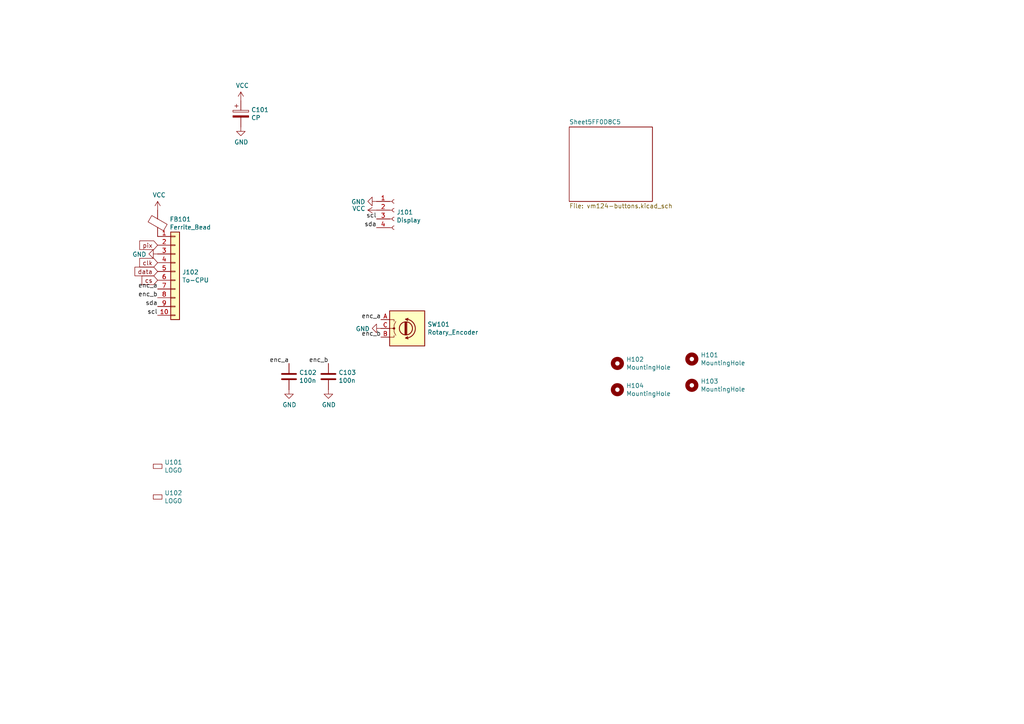
<source format=kicad_sch>
(kicad_sch (version 20211123) (generator eeschema)
  (paper "A4")
  (lib_symbols
    (symbol "Anyma_Library:LOGO" (pin_names (offset 1.016))
      (property "Reference" "U" (at 0 3.81 0))
      (property "Value" "LOGO" (at 0 0 0))
      (symbol "LOGO_0_1"
        (rectangle (start -1.27 2.54) (end 1.27 1.27))
      )
    )
    (symbol "Connector:Conn_01x04_Female" (pin_names (offset 1.016) hide)
      (property "Reference" "J" (at 0 5.08 0))
      (property "Value" "Conn_01x04_Female" (at 0 -7.62 0))
      (symbol "Conn_01x04_Female_1_1"
        (arc (start 0 -4.572) (mid -0.508 -5.08) (end 0 -5.588) (stroke (width 0.1524)))
        (arc (start 0 -2.032) (mid -0.508 -2.54) (end 0 -3.048) (stroke (width 0.1524)))
        (polyline (pts (xy -1.27 -5.08) (xy -0.508 -5.08)) (stroke (width 0.1524)))
        (polyline (pts (xy -1.27 -2.54) (xy -0.508 -2.54)) (stroke (width 0.1524)))
        (polyline (pts (xy -1.27 0) (xy -0.508 0)) (stroke (width 0.1524)))
        (polyline (pts (xy -1.27 2.54) (xy -0.508 2.54)) (stroke (width 0.1524)))
        (arc (start 0 0.508) (mid -0.508 0) (end 0 -0.508) (stroke (width 0.1524)))
        (arc (start 0 3.048) (mid -0.508 2.54) (end 0 2.032) (stroke (width 0.1524)))
        (pin passive line (at -5.08 2.54 0) (length 3.81) (name "Pin_1") (number "1"))
        (pin passive line (at -5.08 0 0) (length 3.81) (name "Pin_2") (number "2"))
        (pin passive line (at -5.08 -2.54 0) (length 3.81) (name "Pin_3") (number "3"))
        (pin passive line (at -5.08 -5.08 0) (length 3.81) (name "Pin_4") (number "4"))
      )
    )
    (symbol "Connector_Generic:Conn_01x10" (pin_names (offset 1.016) hide)
      (property "Reference" "J" (at 0 12.7 0))
      (property "Value" "Conn_01x10" (at 0 -15.24 0))
      (symbol "Conn_01x10_1_1"
        (rectangle (start -1.27 -12.573) (end 0 -12.827) (stroke (width 0.1524)))
        (rectangle (start -1.27 -10.033) (end 0 -10.287) (stroke (width 0.1524)))
        (rectangle (start -1.27 -7.493) (end 0 -7.747) (stroke (width 0.1524)))
        (rectangle (start -1.27 -4.953) (end 0 -5.207) (stroke (width 0.1524)))
        (rectangle (start -1.27 -2.413) (end 0 -2.667) (stroke (width 0.1524)))
        (rectangle (start -1.27 0.127) (end 0 -0.127) (stroke (width 0.1524)))
        (rectangle (start -1.27 2.667) (end 0 2.413) (stroke (width 0.1524)))
        (rectangle (start -1.27 5.207) (end 0 4.953) (stroke (width 0.1524)))
        (rectangle (start -1.27 7.747) (end 0 7.493) (stroke (width 0.1524)))
        (rectangle (start -1.27 10.287) (end 0 10.033) (stroke (width 0.1524)))
        (rectangle (start -1.27 11.43) (end 1.27 -13.97) (stroke (width 0.254)) (fill (type background)))
        (pin passive line (at -5.08 10.16 0) (length 3.81) (name "Pin_1") (number "1"))
        (pin passive line (at -5.08 -12.7 0) (length 3.81) (name "Pin_10") (number "10"))
        (pin passive line (at -5.08 7.62 0) (length 3.81) (name "Pin_2") (number "2"))
        (pin passive line (at -5.08 5.08 0) (length 3.81) (name "Pin_3") (number "3"))
        (pin passive line (at -5.08 2.54 0) (length 3.81) (name "Pin_4") (number "4"))
        (pin passive line (at -5.08 0 0) (length 3.81) (name "Pin_5") (number "5"))
        (pin passive line (at -5.08 -2.54 0) (length 3.81) (name "Pin_6") (number "6"))
        (pin passive line (at -5.08 -5.08 0) (length 3.81) (name "Pin_7") (number "7"))
        (pin passive line (at -5.08 -7.62 0) (length 3.81) (name "Pin_8") (number "8"))
        (pin passive line (at -5.08 -10.16 0) (length 3.81) (name "Pin_9") (number "9"))
      )
    )
    (symbol "Device:C" (pin_numbers hide) (pin_names (offset 0.254))
      (property "Reference" "C" (at 0.635 2.54 0))
      (property "Value" "C" (at 0.635 -2.54 0))
      (symbol "C_0_1"
        (polyline (pts (xy -2.032 -0.762) (xy 2.032 -0.762)) (stroke (width 0.508)))
        (polyline (pts (xy -2.032 0.762) (xy 2.032 0.762)) (stroke (width 0.508)))
      )
      (symbol "C_1_1"
        (pin passive line (at 0 3.81 270) (length 2.794) (name "~") (number "1"))
        (pin passive line (at 0 -3.81 90) (length 2.794) (name "~") (number "2"))
      )
    )
    (symbol "Device:CP" (pin_numbers hide) (pin_names (offset 0.254))
      (property "Reference" "C" (at 0.635 2.54 0))
      (property "Value" "Device_CP" (at 0.635 -2.54 0))
      (symbol "CP_0_1"
        (rectangle (start -2.286 0.508) (end 2.286 1.016))
        (polyline (pts (xy -1.778 2.286) (xy -0.762 2.286)))
        (polyline (pts (xy -1.27 2.794) (xy -1.27 1.778)))
        (rectangle (start 2.286 -0.508) (end -2.286 -1.016) (fill (type outline)))
      )
      (symbol "CP_1_1"
        (pin passive line (at 0 3.81 270) (length 2.794) (name "~") (number "1"))
        (pin passive line (at 0 -3.81 90) (length 2.794) (name "~") (number "2"))
      )
    )
    (symbol "Device:Rotary_Encoder" (pin_names (offset 0.254) hide)
      (property "Reference" "SW" (at 0 6.604 0))
      (property "Value" "Device_Rotary_Encoder" (at 0 -6.604 0))
      (symbol "Rotary_Encoder_0_1"
        (rectangle (start -5.08 5.08) (end 5.08 -5.08) (stroke (width 0.254)) (fill (type background)))
        (circle (center -3.81 0) (radius 0.254) (fill (type outline)))
        (arc (start -0.381 -2.794) (mid 2.3622 -0.0508) (end -0.381 2.667) (stroke (width 0.254)))
        (circle (center -0.381 0) (radius 1.905) (stroke (width 0.254)))
        (polyline (pts (xy -0.635 -1.778) (xy -0.635 1.778)) (stroke (width 0.254)))
        (polyline (pts (xy -0.381 -1.778) (xy -0.381 1.778)) (stroke (width 0.254)))
        (polyline (pts (xy -0.127 1.778) (xy -0.127 -1.778)) (stroke (width 0.254)))
        (polyline (pts (xy -5.08 -2.54) (xy -3.81 -2.54) (xy -3.81 -2.032)))
        (polyline (pts (xy -5.08 2.54) (xy -3.81 2.54) (xy -3.81 2.032)))
        (polyline (pts (xy 0.254 -3.048) (xy -0.508 -2.794) (xy 0.127 -2.413)) (stroke (width 0.254)))
        (polyline (pts (xy 0.254 2.921) (xy -0.508 2.667) (xy 0.127 2.286)) (stroke (width 0.254)))
        (polyline (pts (xy -5.08 0) (xy -3.81 0) (xy -3.81 -1.016) (xy -3.302 -2.032)))
        (polyline (pts (xy -4.318 0) (xy -3.81 0) (xy -3.81 1.016) (xy -3.302 2.032)))
      )
      (symbol "Rotary_Encoder_1_1"
        (pin passive line (at -7.62 2.54 0) (length 2.54) (name "A") (number "A"))
        (pin passive line (at -7.62 -2.54 0) (length 2.54) (name "B") (number "B"))
        (pin passive line (at -7.62 0 0) (length 2.54) (name "C") (number "C"))
      )
    )
    (symbol "Mechanical:MountingHole" (pin_names (offset 1.016))
      (property "Reference" "H" (at 0 5.08 0))
      (property "Value" "MountingHole" (at 0 3.175 0))
      (symbol "MountingHole_0_1"
        (circle (center 0 0) (radius 1.27) (stroke (width 1.27)))
      )
    )
    (symbol "power:GND" (power) (pin_names (offset 0))
      (property "Value" "GND" (at 0 -3.81 0))
      (symbol "GND_0_1"
        (polyline (pts (xy 0 0) (xy 0 -1.27) (xy 1.27 -1.27) (xy 0 -2.54) (xy -1.27 -1.27) (xy 0 -1.27)))
      )
      (symbol "GND_1_1"
        (pin power_in line (at 0 0 270) (length 0) hide (name "GND") (number "1"))
      )
    )
    (symbol "power:VCC" (power) (pin_names (offset 0))
      (property "Value" "VCC" (at 0 3.81 0))
      (symbol "VCC_0_1"
        (polyline (pts (xy -0.762 1.27) (xy 0 2.54)))
        (polyline (pts (xy 0 0) (xy 0 2.54)))
        (polyline (pts (xy 0 2.54) (xy 0.762 1.27)))
      )
      (symbol "VCC_1_1"
        (pin power_in line (at 0 0 90) (length 0) hide (name "VCC") (number "1"))
      )
    )
    (symbol "synkie_symbols:Ferrite_Bead" (pin_numbers hide) (pin_names (offset 0))
      (property "Reference" "FB" (at -3.81 0.635 90))
      (property "Value" "Ferrite_Bead" (at 3.81 0 90))
      (symbol "Ferrite_Bead_0_1"
        (polyline (pts (xy 0 -1.27) (xy 0 -1.2192)))
        (polyline (pts (xy 0 1.27) (xy 0 1.2954)))
        (polyline (pts (xy -2.7686 0.4064) (xy -1.7018 2.2606) (xy 2.7686 -0.3048) (xy 1.6764 -2.159) (xy -2.7686 0.4064)))
      )
      (symbol "Ferrite_Bead_1_1"
        (pin passive line (at 0 3.81 270) (length 2.54) (name "~") (number "1"))
        (pin passive line (at 0 -3.81 90) (length 2.54) (name "~") (number "2"))
      )
    )
  )
  (label "enc_a" (at 110.49 92.71 180))
  (label "enc_b" (at 110.49 97.79 180))
  (label "enc_b" (at 95.25 105.41 180))
  (label "enc_b" (at 45.72 86.36 180))
  (label "scl" (at 45.72 91.44 180))
  (label "enc_a" (at 83.82 105.41 180))
  (label "sda" (at 45.72 88.9 180))
  (label "scl" (at 109.22 63.5 180))
  (label "sda" (at 109.22 66.04 180))
  (label "enc_a" (at 45.72 83.82 180))
  (global_label "data" (shape input) (at 45.72 78.74 180) (property "Intersheet References" "${INTERSHEET_REFS}" (effects hide)))
  (global_label "cs" (shape input) (at 45.72 81.28 180) (property "Intersheet References" "${INTERSHEET_REFS}" (effects hide)))
  (global_label "pix" (shape input) (at 45.72 71.12 180) (property "Intersheet References" "${INTERSHEET_REFS}" (effects hide)))
  (global_label "clk" (shape input) (at 45.72 76.2 180) (property "Intersheet References" "${INTERSHEET_REFS}" (effects hide)))
  (symbol (lib_id "Connector_Generic:Conn_01x10") (at 50.8 78.74 0) (unit 1)
    (property "Reference" "J102" (at 52.832 78.9432 0) (effects (justify left)))
    (property "Value" "To-CPU" (at 52.832 81.2546 0) (effects (justify left)))
    (property "Footprint" "synkie_footprints:IDC-Header_2x05_P2.54mm_Vertical" (effects hide))
  )
  (symbol (lib_id "Connector:Conn_01x04_Female") (at 114.3 60.96 0) (unit 1)
    (property "Reference" "J101" (at 115.0112 61.5696 0) (effects (justify left)))
    (property "Value" "Display" (at 115.0112 63.881 0) (effects (justify left)))
    (property "Footprint" "synkie_footprints:Bangood-OLED-128x32" (effects hide))
  )
  (symbol (lib_id "power:VCC") (at 45.72 60.96 0) (unit 1)
    (property "Reference" "#PWR0101" (effects hide))
    (property "Value" "VCC" (at 46.1518 56.5658 0))
  )
  (symbol (lib_id "power:GND") (at 110.49 95.25 270) (unit 1)
    (property "Reference" "#PWR0102" (effects hide))
    (property "Value" "GND" (at 107.2388 95.377 90) (effects (justify right)))
  )
  (symbol (lib_id "power:GND") (at 45.72 73.66 270) (unit 1)
    (property "Reference" "#PWR0103" (effects hide))
    (property "Value" "GND" (at 42.4688 73.787 90) (effects (justify right)))
  )
  (symbol (lib_id "Device:C") (at 83.82 109.22 0) (unit 1)
    (property "Reference" "C102" (at 86.741 108.0516 0) (effects (justify left)))
    (property "Value" "100n" (at 86.741 110.363 0) (effects (justify left)))
    (property "Footprint" "synkie_footprints:C_0603_1608Metric_Pad1.05x0.95mm_HandSolder" (effects hide))
  )
  (symbol (lib_id "power:GND") (at 83.82 113.03 0) (unit 1)
    (property "Reference" "#PWR0104" (effects hide))
    (property "Value" "GND" (at 83.947 117.4242 0))
  )
  (symbol (lib_id "Device:C") (at 95.25 109.22 0) (unit 1)
    (property "Reference" "C103" (at 98.171 108.0516 0) (effects (justify left)))
    (property "Value" "100n" (at 98.171 110.363 0) (effects (justify left)))
    (property "Footprint" "synkie_footprints:C_0603_1608Metric_Pad1.05x0.95mm_HandSolder" (effects hide))
  )
  (symbol (lib_id "power:GND") (at 95.25 113.03 0) (unit 1)
    (property "Reference" "#PWR0105" (effects hide))
    (property "Value" "GND" (at 95.377 117.4242 0))
  )
  (symbol (lib_id "power:GND") (at 109.22 58.42 270) (unit 1)
    (property "Reference" "#PWR0106" (effects hide))
    (property "Value" "GND" (at 105.9688 58.547 90) (effects (justify right)))
  )
  (symbol (lib_id "power:VCC") (at 109.22 60.96 90) (unit 1)
    (property "Reference" "#PWR0107" (effects hide))
    (property "Value" "VCC" (at 105.9942 60.5028 90) (effects (justify left)))
  )
  (symbol (lib_id "synkie_symbols:Ferrite_Bead") (at 45.72 64.77 0) (unit 1)
    (property "Reference" "FB101" (at 49.1998 63.6016 0) (effects (justify left)))
    (property "Value" "Ferrite_Bead" (at 49.1998 65.913 0) (effects (justify left)))
    (property "Footprint" "synkie_footprints:L_1206_3216Metric_Pad1.42x1.75mm_HandSolder" (effects hide))
  )
  (symbol (lib_id "power:VCC") (at 69.85 29.21 0) (unit 1)
    (property "Reference" "#PWR0108" (effects hide))
    (property "Value" "VCC" (at 70.2818 24.8158 0))
  )
  (symbol (lib_id "Device:CP") (at 69.85 33.02 0) (unit 1)
    (property "Reference" "C101" (at 72.8472 31.8516 0) (effects (justify left)))
    (property "Value" "CP" (at 72.8472 34.163 0) (effects (justify left)))
    (property "Footprint" "synkie_footprints:CP_EIA-3528-21_Kemet-B_Pad1.50x2.35mm_HandSolder" (effects hide))
  )
  (symbol (lib_id "power:GND") (at 69.85 36.83 0) (unit 1)
    (property "Reference" "#PWR0109" (effects hide))
    (property "Value" "GND" (at 69.977 41.2242 0))
  )
  (symbol (lib_id "Device:Rotary_Encoder") (at 118.11 95.25 0) (unit 1)
    (property "Reference" "SW101" (at 123.952 94.0816 0) (effects (justify left)))
    (property "Value" "Rotary_Encoder" (at 123.952 96.393 0) (effects (justify left)))
    (property "Footprint" "Rotary_Encoder:RotaryEncoder_Alps_EC12E_Vertical_H20mm" (effects hide))
  )
  (symbol (lib_id "Mechanical:MountingHole") (at 179.07 105.41 0) (unit 1)
    (property "Reference" "H102" (at 181.61 104.2416 0) (effects (justify left)))
    (property "Value" "MountingHole" (at 181.61 106.553 0) (effects (justify left)))
    (property "Footprint" "MountingHole:MountingHole_2.7mm_M2.5" (effects hide))
  )
  (symbol (lib_id "Mechanical:MountingHole") (at 179.07 113.03 0) (unit 1)
    (property "Reference" "H104" (at 181.61 111.8616 0) (effects (justify left)))
    (property "Value" "MountingHole" (at 181.61 114.173 0) (effects (justify left)))
    (property "Footprint" "MountingHole:MountingHole_2.7mm_M2.5" (effects hide))
  )
  (symbol (lib_id "Mechanical:MountingHole") (at 200.66 104.14 0) (unit 1)
    (property "Reference" "H101" (at 203.2 102.9716 0) (effects (justify left)))
    (property "Value" "MountingHole" (at 203.2 105.283 0) (effects (justify left)))
    (property "Footprint" "MountingHole:MountingHole_2.7mm_M2.5" (effects hide))
  )
  (symbol (lib_id "Mechanical:MountingHole") (at 200.66 111.76 0) (unit 1)
    (property "Reference" "H103" (at 203.2 110.5916 0) (effects (justify left)))
    (property "Value" "MountingHole" (at 203.2 112.903 0) (effects (justify left)))
    (property "Footprint" "MountingHole:MountingHole_2.7mm_M2.5" (effects hide))
  )
  (symbol (lib_id "Anyma_Library:LOGO") (at 45.72 137.16 0) (unit 1)
    (property "Reference" "U101" (at 47.7012 134.0866 0) (effects (justify left)))
    (property "Value" "LOGO" (at 47.7012 136.398 0) (effects (justify left)))
    (property "Footprint" "anyma_footprints:logo_anyma" (effects hide))
  )
  (symbol (lib_id "Anyma_Library:LOGO") (at 45.72 146.05 0) (unit 1)
    (property "Reference" "U102" (at 47.7012 142.9766 0) (effects (justify left)))
    (property "Value" "LOGO" (at 47.7012 145.288 0) (effects (justify left)))
    (property "Footprint" "Symbol:OSHW-Logo2_7.3x6mm_SilkScreen" (effects hide))
  )
  (sheet (at 165.1 36.83) (size 24.13 21.59)
    (property "Sheet name" "Sheet5FF0D8C5" (at 165.1 36.1184 0) (effects (justify left bottom)))
    (property "Sheet file" "vm124-buttons.kicad_sch" (at 165.1 59.0046 0) (effects (justify left top)))
  )
)
</source>
